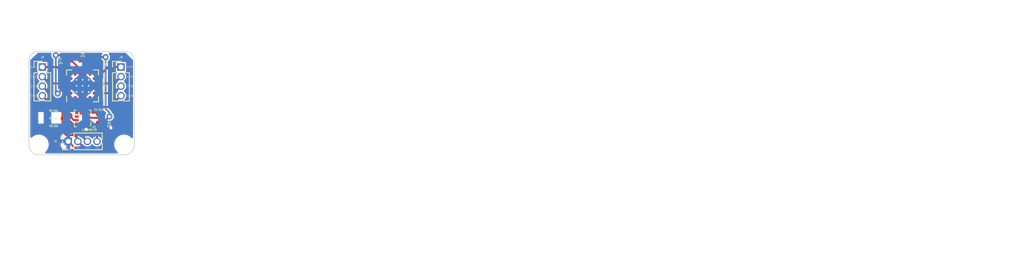
<source format=kicad_pcb>
(kicad_pcb (version 20211014) (generator pcbnew)
  (layers (0 "F.Cu" signal) (31 "B.Cu" signal) (34 "B.Paste" user) (35 "F.Paste" user) (36 "B.SilkS" user "B.Silkscreen") (37 "F.SilkS" user "F.Silkscreen") (38 "B.Mask" user) (39 "F.Mask" user) (44 "Edge.Cuts" user))
  (net 0 "")
  (net 1 "Net-(C1-Pad1)")
  (net 2 "GND")
  (net 3 "Net-(C2-Pad1)")
  (net 4 "Net-(U2-Pad9)")
  (net 5 "/Vin")
  (net 6 "/SDA")
  (net 7 "/SCL")
  (net 8 "/AIN1")
  (net 9 "/AIN2")
  (net 10 "/AOUT1")
  (net 11 "/AOUT2")
  (net 12 "/BIN1")
  (net 13 "/BIN2")
  (net 14 "/BOUT1")
  (net 15 "/BOUT2")
  (net 16 "Net-(R2-Pad2)")
  (net 17 "Net-(R4-Pad2)")
  (net 18 "Net-(R5-Pad2)")
  (footprint "Capacitor_SMD:C_0201_0603Metric" (layer "F.Cu") (at 104.252 106.934)
    (fp_text reference "C2" (at -1.128 -0.254) (layer "F.SilkS") (effects (font (size 0.25 0.25) (thickness 0.05))))
    (fp_text value "2.2u" (at -1.128 0.254) (layer "F.SilkS") (effects (font (size 0.25 0.25) (thickness 0.05))))
    (pad "1" smd roundrect locked (at -0.32 0) (size 0.46 0.4) (layers "F.Cu" "F.Mask") (net 3 "Net-(C2-Pad1)"))
    (pad "2" smd roundrect locked (at 0.32 0) (size 0.46 0.4) (layers "F.Cu" "F.Mask") (net 2 "GND"))
  )
  (footprint "Connector_PinHeader_1.27mm:PinHeader_1x04_P1.27mm_Vertical" (layer "F.Cu") (at 100.838 107.734)
    (fp_text reference "J2" (at 0 -1.308) (layer "F.SilkS") (effects (font (size 0.25 0.25) (thickness 0.05))))
    (fp_text value "Conn_01x04_Male" hide)
    (fp_line (start -1.11 -0.76) (end 0 -0.76) (layer "F.SilkS") (width 0.12))
    (fp_line (start 1.11 0.76) (end 1.11 4.505) (layer "F.SilkS") (width 0.12))
    (fp_line (start 0.563471 0.76) (end 1.11 0.76) (layer "F.SilkS") (width 0.12))
    (fp_line (start -1.11 0.76) (end -0.563471 0.76) (layer "F.SilkS") (width 0.12))
    (fp_line (start -1.11 0) (end -1.11 -0.76) (layer "F.SilkS") (width 0.12))
    (fp_line (start 0.30753 4.505) (end 1.11 4.505) (layer "F.SilkS") (width 0.12))
    (fp_line (start -1.11 4.505) (end -0.30753 4.505) (layer "F.SilkS") (width 0.12))
    (fp_line (start -1.11 0.76) (end -1.11 4.505) (layer "F.SilkS") (width 0.12))
    (pad "1" thru_hole rect (at 0 0) (size 1 1) (drill 0.65) (layers *.Cu *.Mask) (net 8 "/AIN1"))
    (pad "2" thru_hole oval (at 0 1.27) (size 1 1) (drill 0.65) (layers *.Cu *.Mask) (net 9 "/AIN2"))
    (pad "3" thru_hole oval (at 0 2.54) (size 1 1) (drill 0.65) (layers *.Cu *.Mask) (net 10 "/AOUT1"))
    (pad "4" thru_hole oval (at 0 3.81) (size 1 1) (drill 0.65) (layers *.Cu *.Mask) (net 11 "/AOUT2"))
  )
  (footprint "Resistor_SMD:R_0201_0603Metric" (layer "F.Cu") (at 108.522 115.062 180)
    (fp_text reference "R1" (at -1.206 -0.127) (layer "F.SilkS") (effects (font (size 0.25 0.25) (thickness 0.05))))
    (fp_text value "10k" (at -1.206 -0.508) (layer "F.SilkS") (effects (font (size 0.25 0.25) (thickness 0.05))))
    (pad "1" smd roundrect (at -0.32 0 180) (size 0.46 0.4) (layers "F.Cu" "F.Mask") (net 5 "/Vin"))
    (pad "2" smd roundrect (at 0.32 0 180) (size 0.46 0.4) (layers "F.Cu" "F.Mask") (net 7 "/SCL"))
  )
  (footprint "Connector_PinHeader_1.27mm:PinHeader_1x04_P1.27mm_Vertical" (layer "F.Cu") (at 111.252 107.734)
    (fp_text reference "J3" (at 0 -1.308) (layer "F.SilkS") (effects (font (size 0.25 0.25) (thickness 0.05))))
    (fp_text value "Conn_01x04_Male" hide)
    (fp_line (start -1.11 -0.76) (end 0 -0.76) (layer "F.SilkS") (width 0.12))
    (fp_line (start -1.11 0.76) (end -1.11 4.505) (layer "F.SilkS") (width 0.12))
    (fp_line (start -1.11 0.76) (end -0.563471 0.76) (layer "F.SilkS") (width 0.12))
    (fp_line (start 0.563471 0.76) (end 1.11 0.76) (layer "F.SilkS") (width 0.12))
    (fp_line (start -1.11 4.505) (end -0.30753 4.505) (layer "F.SilkS") (width 0.12))
    (fp_line (start -1.11 0) (end -1.11 -0.76) (layer "F.SilkS") (width 0.12))
    (fp_line (start 0.30753 4.505) (end 1.11 4.505) (layer "F.SilkS") (width 0.12))
    (fp_line (start 1.11 0.76) (end 1.11 4.505) (layer "F.SilkS") (width 0.12))
    (pad "1" thru_hole rect locked (at 0 0) (size 1 1) (drill 0.65) (layers *.Cu *.Mask) (net 12 "/BIN1"))
    (pad "2" thru_hole oval locked (at 0 1.27) (size 1 1) (drill 0.65) (layers *.Cu *.Mask) (net 13 "/BIN2"))
    (pad "3" thru_hole oval locked (at 0 2.54) (size 1 1) (drill 0.65) (layers *.Cu *.Mask) (net 14 "/BOUT1"))
    (pad "4" thru_hole oval locked (at 0 3.81) (size 1 1) (drill 0.65) (layers *.Cu *.Mask) (net 15 "/BOUT2"))
  )
  (footprint "Package_DFN_QFN:Texas_S-PWQFN-N16_EP2.1x2.1mm_ThermalVias" (layer "F.Cu") (at 106.172 110.236 90)
    (fp_text reference "U2" (at -1.651 2.794 270) (layer "F.SilkS") (effects (font (size 0.25 0.25) (thickness 0.05))))
    (fp_text value "DRV8833RTY" (at -0.127 2.794 90) (layer "F.SilkS") (effects (font (size 0.25 0.25) (thickness 0.05))))
    (fp_line (start -1.41 2.11) (end -2.11 2.11) (layer "F.SilkS") (width 0.12))
    (fp_line (start 2.11 -2.11) (end 2.11 -1.41) (layer "F.SilkS") (width 0.12))
    (fp_line (start 2.11 2.11) (end 2.11 1.41) (layer "F.SilkS") (width 0.12))
    (fp_line (start -2.11 2.11) (end -2.11 1.41) (layer "F.SilkS") (width 0.12))
    (fp_line (start 1.41 2.11) (end 2.11 2.11) (layer "F.SilkS") (width 0.12))
    (fp_line (start 1.41 -2.11) (end 2.11 -2.11) (layer "F.SilkS") (width 0.12))
    (fp_line (start -1.41 -2.11) (end -2.11 -2.11) (layer "F.SilkS") (width 0.12))
    (pad "1" smd roundrect locked (at -1.8625 -0.975 90) (size 1.025 0.35) (layers "F.Cu" "F.Paste" "F.Mask"))
    (pad "2" smd roundrect locked (at -1.8625 -0.325 90) (size 1.025 0.35) (layers "F.Cu" "F.Paste" "F.Mask") (net 11 "/AOUT2"))
    (pad "3" smd roundrect locked (at -1.8625 0.325 90) (size 1.025 0.35) (layers "F.Cu" "F.Paste" "F.Mask") (net 15 "/BOUT2"))
    (pad "4" smd roundrect locked (at -1.8625 0.975 90) (size 1.025 0.35) (layers "F.Cu" "F.Paste" "F.Mask"))
    (pad "5" smd roundrect locked (at -0.975 1.8625 90) (size 0.35 1.025) (layers "F.Cu" "F.Paste" "F.Mask") (net 14 "/BOUT1"))
    (pad "6" smd roundrect locked (at -0.325 1.8625 90) (size 0.35 1.025) (layers "F.Cu" "F.Paste" "F.Mask"))
    (pad "7" smd roundrect locked (at 0.325 1.8625 90) (size 0.35 1.025) (layers "F.Cu" "F.Paste" "F.Mask") (net 13 "/BIN2"))
    (pad "8" smd roundrect locked (at 0.975 1.8625 90) (size 0.35 1.025) (layers "F.Cu" "F.Paste" "F.Mask") (net 12 "/BIN1"))
    (pad "9" smd roundrect locked (at 1.8625 0.975 90) (size 1.025 0.35) (layers "F.Cu" "F.Paste" "F.Mask") (net 4 "Net-(U2-Pad9)"))
    (pad "10" smd roundrect locked (at 1.8625 0.325 90) (size 1.025 0.35) (layers "F.Cu" "F.Paste" "F.Mask") (net 5 "/Vin"))
    (pad "11" smd roundrect locked (at 1.8625 -0.325 90) (size 1.025 0.35) (layers "F.Cu" "F.Paste" "F.Mask") (net 2 "GND"))
    (pad "12" smd roundrect locked (at 1.8625 -0.975 90) (size 1.025 0.35) (layers "F.Cu" "F.Paste" "F.Mask") (net 3 "Net-(C2-Pad1)"))
    (pad "13" smd roundrect locked (at 0.975 -1.8625 90) (size 0.35 1.025) (layers "F.Cu" "F.Paste" "F.Mask") (net 8 "/AIN1"))
    (pad "14" smd roundrect locked (at 0.325 -1.8625 90) (size 0.35 1.025) (layers "F.Cu" "F.Paste" "F.Mask") (net 9 "/AIN2"))
    (pad "15" smd roundrect locked (at -0.325 -1.8625 90) (size 0.35 1.025) (layers "F.Cu" "F.Paste" "F.Mask") (net 18 "Net-(R5-Pad2)"))
    (pad "16" smd roundrect locked (at -0.975 -1.8625 90) (size 0.35 1.025) (layers "F.Cu" "F.Paste" "F.Mask") (net 10 "/AOUT1"))
    (pad "17" smd rect locked (at 0 0 90) (size 2.1 2.1) (layers "F.Cu" "F.Mask") (net 2 "GND"))
    (pad "17" thru_hole circle locked (at 0 0.8 90) (size 0.5 0.5) (drill 0.2) (layers *.Cu) (net 2 "GND"))
    (pad "17" thru_hole circle locked (at 0.8 -0.8 90) (size 0.5 0.5) (drill 0.2) (layers *.Cu) (net 2 "GND"))
    (pad "17" thru_hole circle locked (at 0 -0.8 90) (size 0.5 0.5) (drill 0.2) (layers *.Cu) (net 2 "GND"))
    (pad "17" thru_hole circle locked (at 0.8 0 90) (size 0.5 0.5) (drill 0.2) (layers *.Cu) (net 2 "GND"))
    (pad "17" thru_hole circle locked (at -0.8 0.8 90) (size 0.5 0.5) (drill 0.2) (layers *.Cu) (net 2 "GND"))
    (pad "17" thru_hole circle locked (at 0 0 90) (size 0.5 0.5) (drill 0.2) (layers *.Cu) (net 2 "GND"))
    (pad "17" thru_hole circle locked (at -0.8 0 90) (size 0.5 0.5) (drill 0.2) (layers *.Cu) (net 2 "GND"))
    (pad "17" thru_hole circle locked (at -0.8 -0.8 90) (size 0.5 0.5) (drill 0.2) (layers *.Cu) (net 2 "GND"))
    (pad "17" thru_hole circle locked (at 0.8 0.8 90) (size 0.5 0.5) (drill 0.2) (layers *.Cu) (net 2 "GND"))
    (pad "17" smd rect locked (at 0 0 90) (size 2.1 2.1) (layers "B.Cu") (net 2 "GND"))
  )
  (footprint "Capacitor_SMD:C_0201_0603Metric" (layer "F.Cu") (at 108.522 114.046)
    (fp_text reference "C1" (at -0.572 -0.635) (layer "F.SilkS") (effects (font (size 0.25 0.25) (thickness 0.05))))
    (fp_text value "0.1u" (at 0.19 -0.635) (layer "F.SilkS") (effects (font (size 0.25 0.25) (thickness 0.05))))
    (pad "1" smd roundrect (at -0.32 0) (size 0.46 0.4) (layers "F.Cu" "F.Mask") (net 1 "Net-(C1-Pad1)"))
    (pad "2" smd roundrect (at 0.32 0) (size 0.46 0.4) (layers "F.Cu" "F.Mask") (net 2 "GND"))
  )
  (footprint "Resistor_SMD:R_0201_0603Metric" (layer "F.Cu") (at 103.822 114.554)
    (fp_text reference "R2" (at -1.841 0) (layer "F.SilkS") (effects (font (size 0.25 0.25) (thickness 0.05))))
    (fp_text value "10k" (at -1.206 0) (layer "F.SilkS") (effects (font (size 0.25 0.25) (thickness 0.05))))
    (pad "1" smd roundrect (at -0.32 0) (size 0.46 0.4) (layers "F.Cu" "F.Mask") (net 5 "/Vin"))
    (pad "2" smd roundrect (at 0.32 0) (size 0.46 0.4) (layers "F.Cu" "F.Mask") (net 16 "Net-(R2-Pad2)"))
  )
  (footprint "Resistor_SMD:R_0201_0603Metric" (layer "F.Cu") (at 103.822 113.538)
    (fp_text reference "R4" (at -1.841 0) (layer "F.SilkS") (effects (font (size 0.25 0.25) (thickness 0.05))))
    (fp_text value "10k" (at -1.206 0) (layer "F.SilkS") (effects (font (size 0.25 0.25) (thickness 0.05))))
    (pad "1" smd roundrect (at -0.32 0) (size 0.46 0.4) (layers "F.Cu" "F.Mask") (net 5 "/Vin"))
    (pad "2" smd roundrect (at 0.32 0) (size 0.46 0.4) (layers "F.Cu" "F.Mask") (net 17 "Net-(R4-Pad2)"))
  )
  (footprint "MountingHole:MountingHole_2.1mm" (layer "F.Cu") (at 111.6584 118.0084)
    (fp_text reference "H2")
    (fp_text value "MountingHole")
    (pad "" np_thru_hole circle (at 0 0) (size 2.1 2.1) (drill 2.1) (layers *.Cu *.Mask))
  )
  (footprint "Connector_PinHeader_1.27mm:PinHeader_1x04_P1.27mm_Vertical" (layer "F.Cu") (at 104.272 117.602 90)
    (fp_text reference "J1" (at 0 -1.695 90) (layer "F.SilkS") (effects (font (size 0.25 0.25) (thickness 0.05))))
    (fp_text value "Conn_01x04_Male" hide)
    (fp_line (start -1.11 4.505) (end -0.30753 4.505) (layer "F.SilkS") (width 0.12))
    (fp_line (start -1.11 0.76) (end -1.11 4.505) (layer "F.SilkS") (width 0.12))
    (fp_line (start 0.563471 0.76) (end 1.11 0.76) (layer "F.SilkS") (width 0.12))
    (fp_line (start -1.11 0) (end -1.11 -0.76) (layer "F.SilkS") (width 0.12))
    (fp_line (start -1.11 -0.76) (end 0 -0.76) (layer "F.SilkS") (width 0.12))
    (fp_line (start 0.30753 4.505) (end 1.11 4.505) (layer "F.SilkS") (width 0.12))
    (fp_line (start -1.11 0.76) (end -0.563471 0.76) (layer "F.SilkS") (width 0.12))
    (fp_line (start 1.11 0.76) (end 1.11 4.505) (layer "F.SilkS") (width 0.12))
    (pad "1" thru_hole rect locked (at 0 0 90) (size 1 1) (drill 0.65) (layers *.Cu *.Mask) (net 2 "GND"))
    (pad "2" thru_hole oval locked (at 0 1.27 90) (size 1 1) (drill 0.65) (layers *.Cu *.Mask) (net 5 "/Vin"))
    (pad "3" thru_hole oval locked (at 0 2.54 90) (size 1 1) (drill 0.65) (layers *.Cu *.Mask) (net 6 "/SDA"))
    (pad "4" thru_hole oval locked (at 0 3.81 90) (size 1 1) (drill 0.65) (layers *.Cu *.Mask) (net 7 "/SCL"))
  )
  (footprint "Resistor_SMD:R_0201_0603Metric" (layer "F.Cu") (at 103.822 115.57)
    (fp_text reference "R3" (at -1.841 0) (layer "F.SilkS") (effects (font (size 0.25 0.25) (thickness 0.05))))
    (fp_text value "10k" (at -1.206 0) (layer "F.SilkS") (effects (font (size 0.25 0.25) (thickness 0.05))))
    (pad "1" smd roundrect (at -0.32 0) (size 0.46 0.4) (layers "F.Cu" "F.Mask") (net 5 "/Vin"))
    (pad "2" smd roundrect (at 0.32 0) (size 0.46 0.4) (layers "F.Cu" "F.Mask") (net 6 "/SDA"))
  )
  (footprint "Resistor_SMD:R_0201_0603Metric" (layer "F.Cu") (at 106.172 106.934 180)
    (fp_text reference "R5" (at 0 1.016) (layer "F.SilkS") (effects (font (size 0.25 0.25) (thickness 0.05))))
    (fp_text value "47k" (at 0 0.635) (layer "F.SilkS") (effects (font (size 0.25 0.25) (thickness 0.05))))
    (pad "1" smd roundrect locked (at -0.32 0 180) (size 0.46 0.4) (layers "F.Cu" "F.Mask") (net 5 "/Vin"))
    (pad "2" smd roundrect locked (at 0.32 0 180) (size 0.46 0.4) (layers "F.Cu" "F.Mask") (net 18 "Net-(R5-Pad2)"))
  )
  (footprint "Capacitor_SMD:C_0201_0603Metric" (layer "F.Cu") (at 108.092 106.934 180)
    (fp_text reference "C3" (at -1.128 -0.127) (layer "F.SilkS") (effects (font (size 0.25 0.25) (thickness 0.05))))
    (fp_text value "10n" (at -1.128 -0.508) (layer "F.SilkS") (effects (font (size 0.25 0.25) (thickness 0.05))))
    (pad "1" smd roundrect locked (at -0.32 0 180) (size 0.46 0.4) (layers "F.Cu" "F.Mask") (net 4 "Net-(U2-Pad9)"))
    (pad "2" smd roundrect locked (at 0.32 0 180) (size 0.46 0.4) (layers "F.Cu" "F.Mask") (net 5 "/Vin"))
  )
  (footprint "MountingHole:MountingHole_2.1mm" (layer "F.Cu") (at 100.3808 118.0084)
    (fp_text reference "H1")
    (fp_text value "MountingHole")
    (pad "" np_thru_hole circle (at 0 0) (size 2.1 2.1) (drill 2.1) (layers *.Cu *.Mask))
  )
  (footprint "digikey-footprints:VFLGA-12_2x2mm" (layer "F.Cu") (at 106.172 114.554 180)
    (fp_text reference "U1" (at -1.524 -1.143) (layer "F.SilkS") (effects (font (size 0.25 0.25) (thickness 0.05))))
    (fp_text value "LIS3MDLTR" (at -0.889 -1.524) (layer "F.SilkS") (effects (font (size 0.25 0.25) (thickness 0.05))))
    (fp_line (start -0.85 1.1) (end -1.1 1.1) (layer "F.SilkS") (width 0.1))
    (fp_line (start -1.1 -0.75) (end -1.1 -0.45) (layer "F.SilkS") (width 0.1))
    (fp_line (start -1.1 1.1) (end -1.1 0.5) (layer "F.SilkS") (width 0.1))
    (fp_line (start 0.85 1.1) (end 1.1 1.1) (layer "F.SilkS") (width 0.1))
    (fp_line (start -1.05 -0.8) (end -1.1 -0.75) (layer "F.SilkS") (width 0.1))
    (fp_line (start -1.05 -1.05) (end -1.05 -0.8) (layer "F.SilkS") (width 0.1))
    (fp_line (start 1.1 -1.1) (end 1.1 -0.6) (layer "F.SilkS") (width 0.1))
    (fp_line (start 1.1 1.1) (end 1.1 0.7) (layer "F.SilkS") (width 0.1))
    (fp_line (start 0.8 -1.1) (end 1.1 -1.1) (layer "F.SilkS") (width 0.1))
    (pad "1" smd rect locked (at -0.7625 -0.75 180) (size 0.4 0.4) (layers "F.Cu" "F.Paste" "F.Mask") (net 7 "/SCL"))
    (pad "2" smd rect locked (at -0.7625 -0.25 180) (size 0.5 0.3) (layers "F.Cu" "F.Paste" "F.Mask") (net 2 "GND"))
    (pad "3" smd rect locked (at -0.7625 0.25 180) (size 0.5 0.3) (layers "F.Cu" "F.Paste" "F.Mask") (net 2 "GND"))
    (pad "4" smd rect locked (at -0.7625 0.75 180) (size 0.4 0.4) (layers "F.Cu" "F.Paste" "F.Mask") (net 1 "Net-(C1-Pad1)"))
    (pad "5" smd rect locked (at -0.25 0.7625 180) (size 0.3 0.5) (layers "F.Cu" "F.Paste" "F.Mask"))
    (pad "6" smd rect locked (at 0.25 0.7625 180) (size 0.3 0.5) (layers "F.Cu" "F.Paste" "F.Mask"))
    (pad "7" smd rect locked (at 0.7625 0.75 180) (size 0.4 0.4) (layers "F.Cu" "F.Paste" "F.Mask"))
    (pad "8" smd rect locked (at 0.7625 0.25 180) (size 0.5 0.3) (layers "F.Cu" "F.Paste" "F.Mask"))
    (pad "9" smd rect locked (at 0.7625 -0.25 180) (size 0.5 0.3) (layers "F.Cu" "F.Paste" "F.Mask") (net 17 "Net-(R4-Pad2)"))
    (pad "10" smd rect locked (at 0.7625 -0.75 180) (size 0.4 0.4) (layers "F.Cu" "F.Paste" "F.Mask") (net 16 "Net-(R2-Pad2)"))
    (pad "11" smd rect locked (at 0.25 -0.7625 180) (size 0.3 0.5) (layers "F.Cu" "F.Paste" "F.Mask") (net 6 "/SDA"))
    (pad "12" smd rect locked (at -0.25 -0.7625 180) (size 0.3 0.5) (layers "F.Cu" "F.Paste" "F.Mask") (net 2 "GND"))
  )
  (gr_arc (start 113.03 118.11) (mid 112.658026 119.008026) (end 111.76 119.38) (layer "Edge.Cuts") (width 0.1))
  (gr_line (start 100.33 105.664) (end 111.76 105.664) (layer "Edge.Cuts") (width 0.1))
  (gr_arc (start 100.33 119.38) (mid 99.431974 119.008026) (end 99.06 118.11) (layer "Edge.Cuts") (width 0.1))
  (gr_arc (start 99.06 106.934) (mid 99.431974 106.035974) (end 100.33 105.664) (layer "Edge.Cuts") (width 0.1))
  (gr_arc (start 111.76 105.664) (mid 112.658026 106.035974) (end 113.03 106.934) (layer "Edge.Cuts") (width 0.1))
  (gr_line (start 113.03 106.934) (end 113.03 118.11) (layer "Edge.Cuts") (width 0.1))
  (gr_line (start 99.06 118.11) (end 99.06 106.934) (layer "Edge.Cuts") (width 0.1))
  (gr_line (start 111.76 119.38) (end 100.33 119.38) (layer "Edge.Cuts") (width 0.1))
  (gr_text "SCL" (at 108.1024 118.6688) (layer "B.SilkS") (effects (font (size 0.254 0.254) (thickness 0.0335)) (justify mirror)))
  (gr_text "GND" (at 104.2924 118.6688) (layer "B.SilkS") (effects (font (size 0.254 0.254) (thickness 0.0335)) (justify mirror)))
  (gr_text "AIN1" (at 99.6696 107.7468) (layer "B.SilkS") (effects (font (size 0.254 0.254) (thickness 0.0335)) (justify mirror)))
  (gr_text "AIN2" (at 99.7204 109.0168) (layer "B.SilkS") (effects (font (size 0.254 0.254) (thickness 0.0335)) (justify mirror)))
  (gr_text "BOUT1" (at 112.3696 110.2868) (layer "B.SilkS") (effects (font (size 0.254 0.204) (thickness 0.0335)) (justify mirror)))
  (gr_text "BOUT2" (at 112.356676 111.5568) (layer "B.SilkS") (effects (font (size 0.254 0.204) (thickness 0.0335)) (justify mirror)))
  (gr_text "AOUT2" (at 99.7204 111.5568) (layer "B.SilkS") (effects (font (size 0.254 0.204) (thickness 0.0335)) (justify mirror)))
  (gr_text "AOUT1" (at 99.7204 110.2868) (layer "B.SilkS") (effects (font (size 0.254 0.204) (thickness 0.0335)) (justify mirror)))
  (gr_text "Vin" (at 105.5624 118.6688) (layer "B.SilkS") (effects (font (size 0.254 0.254) (thickness 0.0335)) (justify mirror)))
  (gr_text "BIN2" (at 112.3696 109.004277) (layer "B.SilkS") (effects (font (size 0.254 0.254) (thickness 0.0335)) (justify mirror)))
  (gr_text "BIN1" (at 112.3696 107.696) (layer "B.SilkS") (effects (font (size 0.254 0.254) (thickness 0.0335)) (justify mirror)))
  (gr_text "SDA" (at 106.8324 118.6688) (layer "B.SilkS") (effects (font (size 0.254 0.254) (thickness 0.0335)) (justify mirror)))
  (segment (start 108.202 114.046) (end 107.948 113.792) (width 0.25) (layer "F.Cu") (net 1))
  (segment (start 107.948 113.792) (end 106.897 113.792) (width 0.25) (layer "F.Cu") (net 1))
  (segment (start 106.422 114.9665) (end 106.5845 114.804) (width 0.25) (layer "F.Cu") (net 2))
  (segment (start 105.847 108.0314) (end 104.7496 106.934) (width 0.25) (layer "F.Cu") (net 2))
  (segment (start 105.847 108.3735) (end 105.847 108.0314) (width 0.25) (layer "F.Cu") (net 2))
  (segment (start 106.650636 115.996411) (end 106.422 115.767775) (width 0.25) (layer "F.Cu") (net 2))
  (segment (start 104.7496 106.934) (end 104.572 106.934) (width 0.25) (layer "F.Cu") (net 2))
  (segment (start 106.5845 114.804) (end 106.9345 114.804) (width 0.25) (layer "F.Cu") (net 2))
  (segment (start 108.842 114.1192) (end 108.842 114.046) (width 0.25) (layer "F.Cu") (net 2))
  (segment (start 108.568701 118.777) (end 109.9312 117.414501) (width 0.25) (layer "F.Cu") (net 2))
  (segment (start 106.9345 114.304) (end 107.1015 114.471) (width 0.25) (layer "F.Cu") (net 2))
  (segment (start 104.272 117.602) (end 105.447 118.777) (width 0.25) (layer "F.Cu") (net 2))
  (segment (start 106.172 109.436) (end 105.8164 109.0804) (width 0.25) (layer "F.Cu") (net 2))
  (segment (start 105.8164 108.4041) (end 105.847 108.3735) (width 0.25) (layer "F.Cu") (net 2))
  (segment (start 106.9345 114.804) (end 106.9345 114.304) (width 0.25) (layer "F.Cu") (net 2))
  (segment (start 107.1015 114.471) (end 108.4902 114.471) (width 0.25) (layer "F.Cu") (net 2))
  (segment (start 105.8164 109.0804) (end 105.8164 108.4041) (width 0.25) (layer "F.Cu") (net 2))
  (segment (start 105.447 118.777) (end 108.568701 118.777) (width 0.25) (layer "F.Cu") (net 2))
  (segment (start 106.422 115.767775) (end 106.422 115.3165) (width 0.25) (layer "F.Cu") (net 2))
  (segment (start 106.422 115.3165) (end 106.422 114.9665) (width 0.25) (layer "F.Cu") (net 2))
  (segment (start 109.9312 117.414501) (end 109.9312 115.824) (width 0.25) (layer "F.Cu") (net 2))
  (segment (start 108.4902 114.471) (end 108.842 114.1192) (width 0.25) (layer "F.Cu") (net 2))
  (via (at 109.9312 115.824) (size 0.8) (drill 0.4) (layers "F.Cu" "B.Cu") (net 2))
  (via (at 106.650636 115.996411) (size 0.8) (drill 0.4) (layers "F.Cu" "B.Cu") (net 2))
  (segment (start 109.9312 115.824) (end 106.823047 115.824) (width 0.25) (layer "B.Cu") (net 2))
  (segment (start 106.823047 115.824) (end 106.650636 115.996411) (width 0.25) (layer "B.Cu") (net 2))
  (segment (start 103.932 107.125041) (end 103.932 106.934) (width 0.25) (layer "F.Cu") (net 3))
  (segment (start 105.197 108.3735) (end 105.180459 108.3735) (width 0.25) (layer "F.Cu") (net 3))
  (segment (start 105.180459 108.3735) (end 103.932 107.125041) (width 0.25) (layer "F.Cu") (net 3))
  (segment (start 107.5265 108.3735) (end 107.147 108.3735) (width 0.25) (layer "F.Cu") (net 4))
  (segment (start 108.412 106.934) (end 108.412 107.488) (width 0.25) (layer "F.Cu") (net 4))
  (segment (start 108.412 107.488) (end 107.5265 108.3735) (width 0.25) (layer "F.Cu") (net 4))
  (segment (start 105.542 117.602) (end 106.367 118.427) (width 0.25) (layer "F.Cu") (net 5))
  (segment (start 107.967 106.409) (end 107.772 106.604) (width 0.25) (layer "F.Cu") (net 5))
  (segment (start 104.009894 116.777) (end 103.502 116.269106) (width 0.25) (layer "F.Cu") (net 5))
  (segment (start 103.502 115.57) (end 103.502 114.554) (width 0.25) (layer "F.Cu") (net 5))
  (segment (start 106.497 106.939) (end 106.492 106.934) (width 0.25) (layer "F.Cu") (net 5))
  (segment (start 106.367 118.427) (end 108.423727 118.427) (width 0.25) (layer "F.Cu") (net 5))
  (segment (start 109.22 106.426) (end 109.203 106.409) (width 0.25) (layer "F.Cu") (net 5))
  (segment (start 108.907 117.943727) (end 108.907 115.127) (width 0.25) (layer "F.Cu") (net 5))
  (segment (start 106.492 106.934) (end 107.772 106.934) (width 0.25) (layer "F.Cu") (net 5))
  (segment (start 105.097 116.777) (end 104.009894 116.777) (width 0.25) (layer "F.Cu") (net 5))
  (segment (start 103.502 116.269106) (end 103.502 115.57) (width 0.25) (layer "F.Cu") (net 5))
  (segment (start 105.542 117.602) (end 105.542 117.222) (width 0.25) (layer "F.Cu") (net 5))
  (segment (start 103.502 114.554) (end 103.502 113.538) (width 0.25) (layer "F.Cu") (net 5))
  (segment (start 106.497 108.3735) (end 106.497 106.939) (width 0.25) (layer "F.Cu") (net 5))
  (segment (start 108.842 115.062) (end 108.966 115.062) (width 0.25) (layer "F.Cu") (net 5))
  (segment (start 108.907 115.127) (end 108.842 115.062) (width 0.25) (layer "F.Cu") (net 5))
  (segment (start 107.772 106.604) (end 107.772 106.934) (width 0.25) (layer "F.Cu") (net 5))
  (segment (start 105.542 117.222) (end 105.097 116.777) (width 0.25) (layer "F.Cu") (net 5))
  (segment (start 108.966 115.062) (end 109.728 114.3) (width 0.25) (layer "F.Cu") (net 5))
  (segment (start 109.203 106.409) (end 107.967 106.409) (width 0.25) (layer "F.Cu") (net 5))
  (segment (start 108.423727 118.427) (end 108.907 117.943727) (width 0.25) (layer "F.Cu") (net 5))
  (via (at 109.728 114.3) (size 0.8) (drill 0.4) (layers "F.Cu" "B.Cu") (net 5))
  (via (at 109.22 106.426) (size 0.8) (drill 0.4) (layers "F.Cu" "B.Cu") (net 5))
  (segment (start 109.728 114.3) (end 109.728 113.792) (width 0.25) (layer "B.Cu") (net 5))
  (segment (start 109.728 113.792) (end 109.22 113.284) (width 0.25) (layer "B.Cu") (net 5))
  (segment (start 109.22 113.284) (end 109.22 106.426) (width 0.25) (layer "B.Cu") (net 5))
  (segment (start 105.9345 116.7245) (end 105.9345 115.329) (width 0.25) (layer "F.Cu") (net 6))
  (segment (start 106.812 117.602) (end 105.9345 116.7245) (width 0.25) (layer "F.Cu") (net 6))
  (segment (start 104.142 115.57) (end 104.65 116.078) (width 0.25) (layer "F.Cu") (net 6))
  (segment (start 104.65 116.078) (end 105.288 116.078) (width 0.25) (layer "F.Cu") (net 6))
  (segment (start 105.288 116.078) (end 105.9345 116.7245) (width 0.25) (layer "F.Cu") (net 6))
  (segment (start 107.96 115.304) (end 108.202 115.062) (width 0.25) (layer "F.Cu") (net 7))
  (segment (start 106.9345 115.304) (end 107.96 115.304) (width 0.25) (layer "F.Cu") (net 7))
  (segment (start 108.082 117.602) (end 108.082 115.182) (width 0.25) (layer "F.Cu") (net 7))
  (segment (start 108.082 115.182) (end 108.202 115.062) (width 0.25) (layer "F.Cu") (net 7))
  (segment (start 104.3095 109.261) (end 102.7825 107.734) (width 0.25) (layer "F.Cu") (net 8))
  (segment (start 102.7825 107.734) (end 100.838 107.734) (width 0.25) (layer "F.Cu") (net 8))
  (segment (start 100.838 109.004) (end 101.745 109.911) (width 0.25) (layer "F.Cu") (net 9))
  (segment (start 101.745 109.911) (end 104.3095 109.911) (width 0.25) (layer "F.Cu") (net 9))
  (segment (start 100.838 110.274) (end 102.578 112.014) (width 0.25) (layer "F.Cu") (net 10))
  (segment (start 103.5065 112.014) (end 104.3095 111.211) (width 0.25) (layer "F.Cu") (net 10))
  (segment (start 102.578 112.014) (end 103.5065 112.014) (width 0.25) (layer "F.Cu") (net 10))
  (segment (start 104.648 112.776) (end 104.902 113.03) (width 0.25) (layer "F.Cu") (net 11))
  (segment (start 105.847 112.593) (end 105.847 112.0985) (width 0.25) (layer "F.Cu") (net 11))
  (segment (start 100.838 111.544) (end 102.07 112.776) (width 0.25) (layer "F.Cu") (net 11))
  (segment (start 104.902 113.03) (end 105.41 113.03) (width 0.25) (layer "F.Cu") (net 11))
  (segment (start 105.41 113.03) (end 105.847 112.593) (width 0.25) (layer "F.Cu") (net 11))
  (segment (start 102.07 112.776) (end 104.648 112.776) (width 0.25) (layer "F.Cu") (net 11))
  (segment (start 109.5615 107.734) (end 111.252 107.734) (width 0.25) (layer "F.Cu") (net 12))
  (segment (start 108.0345 109.261) (end 109.5615 107.734) (width 0.25) (layer "F.Cu") (net 12))
  (segment (start 108.0345 109.911) (end 110.345 109.911) (width 0.25) (layer "F.Cu") (net 13))
  (segment (start 110.345 109.911) (end 111.252 109.004) (width 0.25) (layer "F.Cu") (net 13))
  (segment (start 110.315 111.211) (end 111.252 110.274) (width 0.25) (layer "F.Cu") (net 14))
  (segment (start 108.0345 111.211) (end 110.315 111.211) (width 0.25) (layer "F.Cu") (net 14))
  (segment (start 109.766 113.03) (end 106.934 113.03) (width 0.25) (layer "F.Cu") (net 15))
  (segment (start 106.497 112.593) (end 106.497 112.0985) (width 0.25) (layer "F.Cu") (net 15))
  (segment (start 106.934 113.03) (end 106.497 112.593) (width 0.25) (layer "F.Cu") (net 15))
  (segment (start 111.252 111.544) (end 109.766 113.03) (width 0.25) (layer "F.Cu") (net 15))
  (segment (start 104.697 115.111) (end 104.902 115.316) (width 0.25) (layer "F.Cu") (net 16))
  (segment (start 104.142 114.554) (end 104.697 115.109) (width 0.25) (layer "F.Cu") (net 16))
  (segment (start 104.902 115.316) (end 104.914 115.304) (width 0.25) (layer "F.Cu") (net 16))
  (segment (start 104.697 115.109) (end 104.697 115.111) (width 0.25) (layer "F.Cu") (net 16))
  (segment (start 104.914 115.304) (end 105.4095 115.304) (width 0.25) (layer "F.Cu") (net 16))
  (segment (start 104.697 114.093) (end 104.697 114.472604) (width 0.25) (layer "F.Cu") (net 17))
  (segment (start 105.003396 114.779) (end 105.4095 114.779) (width 0.25) (layer "F.Cu") (net 17))
  (segment (start 104.697 114.472604) (end 105.003396 114.779) (width 0.25) (layer "F.Cu") (net 17))
  (segment (start 104.142 113.538) (end 104.697 114.093) (width 0.25) (layer "F.Cu") (net 17))
  (segment (start 103.561 110.561) (end 104.3095 110.561) (width 0.25) (layer "F.Cu") (net 18))
  (segment (start 105.852 106.934) (end 105.09 106.172) (width 0.25) (layer "F.Cu") (net 18))
  (segment (start 105.09 106.172) (end 102.616 106.172) (width 0.25) (layer "F.Cu") (net 18))
  (segment (start 102.87 111.252) (end 103.561 110.561) (width 0.25) (layer "F.Cu") (net 18))
  (via (at 102.616 106.172) (size 0.8) (drill 0.4) (layers "F.Cu" "B.Cu") (net 18))
  (via (at 102.87 111.252) (size 0.8) (drill 0.4) (layers "F.Cu" "B.Cu") (net 18))
  (segment (start 102.616 106.172) (end 102.616 110.998) (width 0.25) (layer "B.Cu") (net 18))
  (segment (start 102.616 110.998) (end 102.87 111.252) (width 0.25) (layer "B.Cu") (net 18))
  (zone (net 2) (net_name "GND") (layer "B.Cu") (connect_pads (clearance 0.175)) (min_thickness 0.254) (fill yes (mode hatch) (thermal_gap 0.508) (thermal_bridge_width 0.508) (hatch_thickness 1.016) (hatch_gap 1.524) (hatch_orientation 0) (hatch_border_algorithm hatch_thickness) (hatch_min_hole_area 0.3))
    (polygon (pts (xy 112.9284 106.8832) (xy 112.9284 118.1608) (xy 111.76 119.2784) (xy 100.2792 119.2784) (xy 99.1616 118.11) (xy 99.1616 106.8832) (xy 100.33 105.7656) (xy 111.8108 105.7656)))
  )
)
</source>
